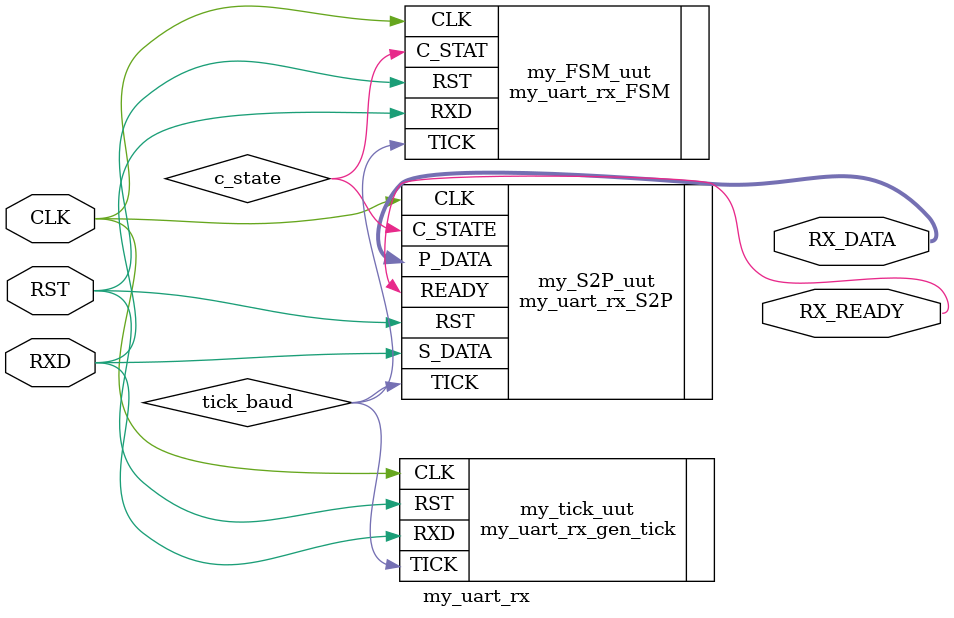
<source format=v>
`timescale 1ns / 1ps


module my_uart_rx(input CLK, input RST, RXD, output RX_READY, output [7:0] RX_DATA);

wire tick_baud, c_state;
/*reg enable;
reg enable_1D, enable_2D;*/

my_uart_rx_gen_tick my_tick_uut(.RST(RST), .CLK(CLK), .RXD(RXD), .TICK(tick_baud));

my_uart_rx_FSM my_FSM_uut(.CLK(CLK), .RST(RST), .TICK(tick_baud), .RXD(RXD), .C_STAT(c_state));

my_uart_rx_S2P my_S2P_uut(.CLK(CLK), .RST(RST), .C_STATE(c_state), .TICK(tick_baud), .S_DATA(RXD), .P_DATA(RX_DATA), .READY(RX_READY));
//my_uart_rx_S2P my_S2P_uut(.CLK(CLK), .RST(RST), .C_STATE(c_state), .TICK(tick_baud), .S_DATA(RXD), .P_DATA(RX_DATA), .READY(RX_READY), .ENABLE(enable), .ENABLE_1D(enable_1D), .ENABLE_2D(enable_2D));

endmodule
</source>
